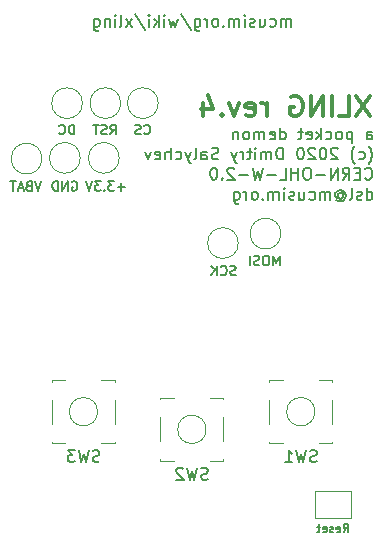
<source format=gbo>
G04 #@! TF.GenerationSoftware,KiCad,Pcbnew,5.1.6*
G04 #@! TF.CreationDate,2020-09-13T12:05:48+02:00*
G04 #@! TF.ProjectId,xling,786c696e-672e-46b6-9963-61645f706362,4*
G04 #@! TF.SameCoordinates,Original*
G04 #@! TF.FileFunction,Legend,Bot*
G04 #@! TF.FilePolarity,Positive*
%FSLAX46Y46*%
G04 Gerber Fmt 4.6, Leading zero omitted, Abs format (unit mm)*
G04 Created by KiCad (PCBNEW 5.1.6) date 2020-09-13 12:05:48*
%MOMM*%
%LPD*%
G01*
G04 APERTURE LIST*
%ADD10C,0.150000*%
%ADD11C,0.200000*%
%ADD12C,0.350000*%
%ADD13C,0.120000*%
G04 APERTURE END LIST*
D10*
X82527666Y-84898666D02*
X82761000Y-84565333D01*
X82927666Y-84898666D02*
X82927666Y-84198666D01*
X82661000Y-84198666D01*
X82594333Y-84232000D01*
X82561000Y-84265333D01*
X82527666Y-84332000D01*
X82527666Y-84432000D01*
X82561000Y-84498666D01*
X82594333Y-84532000D01*
X82661000Y-84565333D01*
X82927666Y-84565333D01*
X81961000Y-84865333D02*
X82027666Y-84898666D01*
X82161000Y-84898666D01*
X82227666Y-84865333D01*
X82261000Y-84798666D01*
X82261000Y-84532000D01*
X82227666Y-84465333D01*
X82161000Y-84432000D01*
X82027666Y-84432000D01*
X81961000Y-84465333D01*
X81927666Y-84532000D01*
X81927666Y-84598666D01*
X82261000Y-84665333D01*
X81661000Y-84865333D02*
X81594333Y-84898666D01*
X81461000Y-84898666D01*
X81394333Y-84865333D01*
X81361000Y-84798666D01*
X81361000Y-84765333D01*
X81394333Y-84698666D01*
X81461000Y-84665333D01*
X81561000Y-84665333D01*
X81627666Y-84632000D01*
X81661000Y-84565333D01*
X81661000Y-84532000D01*
X81627666Y-84465333D01*
X81561000Y-84432000D01*
X81461000Y-84432000D01*
X81394333Y-84465333D01*
X80794333Y-84865333D02*
X80861000Y-84898666D01*
X80994333Y-84898666D01*
X81061000Y-84865333D01*
X81094333Y-84798666D01*
X81094333Y-84532000D01*
X81061000Y-84465333D01*
X80994333Y-84432000D01*
X80861000Y-84432000D01*
X80794333Y-84465333D01*
X80761000Y-84532000D01*
X80761000Y-84598666D01*
X81094333Y-84665333D01*
X80561000Y-84432000D02*
X80294333Y-84432000D01*
X80461000Y-84198666D02*
X80461000Y-84798666D01*
X80427666Y-84865333D01*
X80361000Y-84898666D01*
X80294333Y-84898666D01*
D11*
X73380471Y-63099909D02*
X73266185Y-63138004D01*
X73075709Y-63138004D01*
X72999519Y-63099909D01*
X72961423Y-63061814D01*
X72923328Y-62985623D01*
X72923328Y-62909433D01*
X72961423Y-62833242D01*
X72999519Y-62795147D01*
X73075709Y-62757052D01*
X73228090Y-62718957D01*
X73304280Y-62680861D01*
X73342376Y-62642766D01*
X73380471Y-62566576D01*
X73380471Y-62490385D01*
X73342376Y-62414195D01*
X73304280Y-62376100D01*
X73228090Y-62338004D01*
X73037614Y-62338004D01*
X72923328Y-62376100D01*
X72123328Y-63061814D02*
X72161423Y-63099909D01*
X72275709Y-63138004D01*
X72351900Y-63138004D01*
X72466185Y-63099909D01*
X72542376Y-63023719D01*
X72580471Y-62947528D01*
X72618566Y-62795147D01*
X72618566Y-62680861D01*
X72580471Y-62528480D01*
X72542376Y-62452290D01*
X72466185Y-62376100D01*
X72351900Y-62338004D01*
X72275709Y-62338004D01*
X72161423Y-62376100D01*
X72123328Y-62414195D01*
X71780471Y-63138004D02*
X71780471Y-62338004D01*
X71323328Y-63138004D02*
X71666185Y-62680861D01*
X71323328Y-62338004D02*
X71780471Y-62795147D01*
X77114242Y-62312504D02*
X77114242Y-61512504D01*
X76847576Y-62083933D01*
X76580909Y-61512504D01*
X76580909Y-62312504D01*
X76047576Y-61512504D02*
X75895195Y-61512504D01*
X75819004Y-61550600D01*
X75742814Y-61626790D01*
X75704719Y-61779171D01*
X75704719Y-62045838D01*
X75742814Y-62198219D01*
X75819004Y-62274409D01*
X75895195Y-62312504D01*
X76047576Y-62312504D01*
X76123766Y-62274409D01*
X76199957Y-62198219D01*
X76238052Y-62045838D01*
X76238052Y-61779171D01*
X76199957Y-61626790D01*
X76123766Y-61550600D01*
X76047576Y-61512504D01*
X75399957Y-62274409D02*
X75285671Y-62312504D01*
X75095195Y-62312504D01*
X75019004Y-62274409D01*
X74980909Y-62236314D01*
X74942814Y-62160123D01*
X74942814Y-62083933D01*
X74980909Y-62007742D01*
X75019004Y-61969647D01*
X75095195Y-61931552D01*
X75247576Y-61893457D01*
X75323766Y-61855361D01*
X75361861Y-61817266D01*
X75399957Y-61741076D01*
X75399957Y-61664885D01*
X75361861Y-61588695D01*
X75323766Y-61550600D01*
X75247576Y-61512504D01*
X75057100Y-61512504D01*
X74942814Y-61550600D01*
X74599957Y-62312504D02*
X74599957Y-61512504D01*
X59728023Y-51225404D02*
X59728023Y-50425404D01*
X59537547Y-50425404D01*
X59423261Y-50463500D01*
X59347071Y-50539690D01*
X59308976Y-50615880D01*
X59270880Y-50768261D01*
X59270880Y-50882547D01*
X59308976Y-51034928D01*
X59347071Y-51111119D01*
X59423261Y-51187309D01*
X59537547Y-51225404D01*
X59728023Y-51225404D01*
X58470880Y-51149214D02*
X58508976Y-51187309D01*
X58623261Y-51225404D01*
X58699452Y-51225404D01*
X58813738Y-51187309D01*
X58889928Y-51111119D01*
X58928023Y-51034928D01*
X58966119Y-50882547D01*
X58966119Y-50768261D01*
X58928023Y-50615880D01*
X58889928Y-50539690D01*
X58813738Y-50463500D01*
X58699452Y-50425404D01*
X58623261Y-50425404D01*
X58508976Y-50463500D01*
X58470880Y-50501595D01*
X62795095Y-51225404D02*
X63061761Y-50844452D01*
X63252238Y-51225404D02*
X63252238Y-50425404D01*
X62947476Y-50425404D01*
X62871285Y-50463500D01*
X62833190Y-50501595D01*
X62795095Y-50577785D01*
X62795095Y-50692071D01*
X62833190Y-50768261D01*
X62871285Y-50806357D01*
X62947476Y-50844452D01*
X63252238Y-50844452D01*
X62490333Y-51187309D02*
X62376047Y-51225404D01*
X62185571Y-51225404D01*
X62109380Y-51187309D01*
X62071285Y-51149214D01*
X62033190Y-51073023D01*
X62033190Y-50996833D01*
X62071285Y-50920642D01*
X62109380Y-50882547D01*
X62185571Y-50844452D01*
X62337952Y-50806357D01*
X62414142Y-50768261D01*
X62452238Y-50730166D01*
X62490333Y-50653976D01*
X62490333Y-50577785D01*
X62452238Y-50501595D01*
X62414142Y-50463500D01*
X62337952Y-50425404D01*
X62147476Y-50425404D01*
X62033190Y-50463500D01*
X61804619Y-50425404D02*
X61347476Y-50425404D01*
X61576047Y-51225404D02*
X61576047Y-50425404D01*
X65665333Y-51149214D02*
X65703428Y-51187309D01*
X65817714Y-51225404D01*
X65893904Y-51225404D01*
X66008190Y-51187309D01*
X66084380Y-51111119D01*
X66122476Y-51034928D01*
X66160571Y-50882547D01*
X66160571Y-50768261D01*
X66122476Y-50615880D01*
X66084380Y-50539690D01*
X66008190Y-50463500D01*
X65893904Y-50425404D01*
X65817714Y-50425404D01*
X65703428Y-50463500D01*
X65665333Y-50501595D01*
X65360571Y-51187309D02*
X65246285Y-51225404D01*
X65055809Y-51225404D01*
X64979619Y-51187309D01*
X64941523Y-51149214D01*
X64903428Y-51073023D01*
X64903428Y-50996833D01*
X64941523Y-50920642D01*
X64979619Y-50882547D01*
X65055809Y-50844452D01*
X65208190Y-50806357D01*
X65284380Y-50768261D01*
X65322476Y-50730166D01*
X65360571Y-50653976D01*
X65360571Y-50577785D01*
X65322476Y-50501595D01*
X65284380Y-50463500D01*
X65208190Y-50425404D01*
X65017714Y-50425404D01*
X64903428Y-50463500D01*
X56940285Y-55187904D02*
X56673619Y-55987904D01*
X56406952Y-55187904D01*
X55873619Y-55568857D02*
X55759333Y-55606952D01*
X55721238Y-55645047D01*
X55683142Y-55721238D01*
X55683142Y-55835523D01*
X55721238Y-55911714D01*
X55759333Y-55949809D01*
X55835523Y-55987904D01*
X56140285Y-55987904D01*
X56140285Y-55187904D01*
X55873619Y-55187904D01*
X55797428Y-55226000D01*
X55759333Y-55264095D01*
X55721238Y-55340285D01*
X55721238Y-55416476D01*
X55759333Y-55492666D01*
X55797428Y-55530761D01*
X55873619Y-55568857D01*
X56140285Y-55568857D01*
X55378380Y-55759333D02*
X54997428Y-55759333D01*
X55454571Y-55987904D02*
X55187904Y-55187904D01*
X54921238Y-55987904D01*
X54768857Y-55187904D02*
X54311714Y-55187904D01*
X54540285Y-55987904D02*
X54540285Y-55187904D01*
X59537523Y-55226000D02*
X59613714Y-55187904D01*
X59728000Y-55187904D01*
X59842285Y-55226000D01*
X59918476Y-55302190D01*
X59956571Y-55378380D01*
X59994666Y-55530761D01*
X59994666Y-55645047D01*
X59956571Y-55797428D01*
X59918476Y-55873619D01*
X59842285Y-55949809D01*
X59728000Y-55987904D01*
X59651809Y-55987904D01*
X59537523Y-55949809D01*
X59499428Y-55911714D01*
X59499428Y-55645047D01*
X59651809Y-55645047D01*
X59156571Y-55987904D02*
X59156571Y-55187904D01*
X58699428Y-55987904D01*
X58699428Y-55187904D01*
X58318476Y-55987904D02*
X58318476Y-55187904D01*
X58128000Y-55187904D01*
X58013714Y-55226000D01*
X57937523Y-55302190D01*
X57899428Y-55378380D01*
X57861333Y-55530761D01*
X57861333Y-55645047D01*
X57899428Y-55797428D01*
X57937523Y-55873619D01*
X58013714Y-55949809D01*
X58128000Y-55987904D01*
X58318476Y-55987904D01*
X64020500Y-55683142D02*
X63410976Y-55683142D01*
X63715738Y-55987904D02*
X63715738Y-55378380D01*
X63106214Y-55187904D02*
X62610976Y-55187904D01*
X62877642Y-55492666D01*
X62763357Y-55492666D01*
X62687166Y-55530761D01*
X62649071Y-55568857D01*
X62610976Y-55645047D01*
X62610976Y-55835523D01*
X62649071Y-55911714D01*
X62687166Y-55949809D01*
X62763357Y-55987904D01*
X62991928Y-55987904D01*
X63068119Y-55949809D01*
X63106214Y-55911714D01*
X62268119Y-55911714D02*
X62230023Y-55949809D01*
X62268119Y-55987904D01*
X62306214Y-55949809D01*
X62268119Y-55911714D01*
X62268119Y-55987904D01*
X61963357Y-55187904D02*
X61468119Y-55187904D01*
X61734785Y-55492666D01*
X61620500Y-55492666D01*
X61544309Y-55530761D01*
X61506214Y-55568857D01*
X61468119Y-55645047D01*
X61468119Y-55835523D01*
X61506214Y-55911714D01*
X61544309Y-55949809D01*
X61620500Y-55987904D01*
X61849071Y-55987904D01*
X61925261Y-55949809D01*
X61963357Y-55911714D01*
X61239547Y-55187904D02*
X60972880Y-55987904D01*
X60706214Y-55187904D01*
X84496533Y-51648780D02*
X84496533Y-51124971D01*
X84544152Y-51029733D01*
X84639390Y-50982114D01*
X84829866Y-50982114D01*
X84925104Y-51029733D01*
X84496533Y-51601161D02*
X84591771Y-51648780D01*
X84829866Y-51648780D01*
X84925104Y-51601161D01*
X84972723Y-51505923D01*
X84972723Y-51410685D01*
X84925104Y-51315447D01*
X84829866Y-51267828D01*
X84591771Y-51267828D01*
X84496533Y-51220209D01*
X83258438Y-50982114D02*
X83258438Y-51982114D01*
X83258438Y-51029733D02*
X83163200Y-50982114D01*
X82972723Y-50982114D01*
X82877485Y-51029733D01*
X82829866Y-51077352D01*
X82782247Y-51172590D01*
X82782247Y-51458304D01*
X82829866Y-51553542D01*
X82877485Y-51601161D01*
X82972723Y-51648780D01*
X83163200Y-51648780D01*
X83258438Y-51601161D01*
X82210819Y-51648780D02*
X82306057Y-51601161D01*
X82353676Y-51553542D01*
X82401295Y-51458304D01*
X82401295Y-51172590D01*
X82353676Y-51077352D01*
X82306057Y-51029733D01*
X82210819Y-50982114D01*
X82067961Y-50982114D01*
X81972723Y-51029733D01*
X81925104Y-51077352D01*
X81877485Y-51172590D01*
X81877485Y-51458304D01*
X81925104Y-51553542D01*
X81972723Y-51601161D01*
X82067961Y-51648780D01*
X82210819Y-51648780D01*
X81020342Y-51601161D02*
X81115580Y-51648780D01*
X81306057Y-51648780D01*
X81401295Y-51601161D01*
X81448914Y-51553542D01*
X81496533Y-51458304D01*
X81496533Y-51172590D01*
X81448914Y-51077352D01*
X81401295Y-51029733D01*
X81306057Y-50982114D01*
X81115580Y-50982114D01*
X81020342Y-51029733D01*
X80591771Y-51648780D02*
X80591771Y-50648780D01*
X80496533Y-51267828D02*
X80210819Y-51648780D01*
X80210819Y-50982114D02*
X80591771Y-51363066D01*
X79401295Y-51601161D02*
X79496533Y-51648780D01*
X79687009Y-51648780D01*
X79782247Y-51601161D01*
X79829866Y-51505923D01*
X79829866Y-51124971D01*
X79782247Y-51029733D01*
X79687009Y-50982114D01*
X79496533Y-50982114D01*
X79401295Y-51029733D01*
X79353676Y-51124971D01*
X79353676Y-51220209D01*
X79829866Y-51315447D01*
X79067961Y-50982114D02*
X78687009Y-50982114D01*
X78925104Y-50648780D02*
X78925104Y-51505923D01*
X78877485Y-51601161D01*
X78782247Y-51648780D01*
X78687009Y-51648780D01*
X77163200Y-51648780D02*
X77163200Y-50648780D01*
X77163200Y-51601161D02*
X77258438Y-51648780D01*
X77448914Y-51648780D01*
X77544152Y-51601161D01*
X77591771Y-51553542D01*
X77639390Y-51458304D01*
X77639390Y-51172590D01*
X77591771Y-51077352D01*
X77544152Y-51029733D01*
X77448914Y-50982114D01*
X77258438Y-50982114D01*
X77163200Y-51029733D01*
X76306057Y-51601161D02*
X76401295Y-51648780D01*
X76591771Y-51648780D01*
X76687009Y-51601161D01*
X76734628Y-51505923D01*
X76734628Y-51124971D01*
X76687009Y-51029733D01*
X76591771Y-50982114D01*
X76401295Y-50982114D01*
X76306057Y-51029733D01*
X76258438Y-51124971D01*
X76258438Y-51220209D01*
X76734628Y-51315447D01*
X75829866Y-51648780D02*
X75829866Y-50982114D01*
X75829866Y-51077352D02*
X75782247Y-51029733D01*
X75687009Y-50982114D01*
X75544152Y-50982114D01*
X75448914Y-51029733D01*
X75401295Y-51124971D01*
X75401295Y-51648780D01*
X75401295Y-51124971D02*
X75353676Y-51029733D01*
X75258438Y-50982114D01*
X75115580Y-50982114D01*
X75020342Y-51029733D01*
X74972723Y-51124971D01*
X74972723Y-51648780D01*
X74353676Y-51648780D02*
X74448914Y-51601161D01*
X74496533Y-51553542D01*
X74544152Y-51458304D01*
X74544152Y-51172590D01*
X74496533Y-51077352D01*
X74448914Y-51029733D01*
X74353676Y-50982114D01*
X74210819Y-50982114D01*
X74115580Y-51029733D01*
X74067961Y-51077352D01*
X74020342Y-51172590D01*
X74020342Y-51458304D01*
X74067961Y-51553542D01*
X74115580Y-51601161D01*
X74210819Y-51648780D01*
X74353676Y-51648780D01*
X73591771Y-50982114D02*
X73591771Y-51648780D01*
X73591771Y-51077352D02*
X73544152Y-51029733D01*
X73448914Y-50982114D01*
X73306057Y-50982114D01*
X73210819Y-51029733D01*
X73163200Y-51124971D01*
X73163200Y-51648780D01*
X84639390Y-53729733D02*
X84687009Y-53682114D01*
X84782247Y-53539257D01*
X84829866Y-53444019D01*
X84877485Y-53301161D01*
X84925104Y-53063066D01*
X84925104Y-52872590D01*
X84877485Y-52634495D01*
X84829866Y-52491638D01*
X84782247Y-52396400D01*
X84687009Y-52253542D01*
X84639390Y-52205923D01*
X83829866Y-53301161D02*
X83925104Y-53348780D01*
X84115580Y-53348780D01*
X84210819Y-53301161D01*
X84258438Y-53253542D01*
X84306057Y-53158304D01*
X84306057Y-52872590D01*
X84258438Y-52777352D01*
X84210819Y-52729733D01*
X84115580Y-52682114D01*
X83925104Y-52682114D01*
X83829866Y-52729733D01*
X83496533Y-53729733D02*
X83448914Y-53682114D01*
X83353676Y-53539257D01*
X83306057Y-53444019D01*
X83258438Y-53301161D01*
X83210819Y-53063066D01*
X83210819Y-52872590D01*
X83258438Y-52634495D01*
X83306057Y-52491638D01*
X83353676Y-52396400D01*
X83448914Y-52253542D01*
X83496533Y-52205923D01*
X82020342Y-52444019D02*
X81972723Y-52396400D01*
X81877485Y-52348780D01*
X81639390Y-52348780D01*
X81544152Y-52396400D01*
X81496533Y-52444019D01*
X81448914Y-52539257D01*
X81448914Y-52634495D01*
X81496533Y-52777352D01*
X82067961Y-53348780D01*
X81448914Y-53348780D01*
X80829866Y-52348780D02*
X80734628Y-52348780D01*
X80639390Y-52396400D01*
X80591771Y-52444019D01*
X80544152Y-52539257D01*
X80496533Y-52729733D01*
X80496533Y-52967828D01*
X80544152Y-53158304D01*
X80591771Y-53253542D01*
X80639390Y-53301161D01*
X80734628Y-53348780D01*
X80829866Y-53348780D01*
X80925104Y-53301161D01*
X80972723Y-53253542D01*
X81020342Y-53158304D01*
X81067961Y-52967828D01*
X81067961Y-52729733D01*
X81020342Y-52539257D01*
X80972723Y-52444019D01*
X80925104Y-52396400D01*
X80829866Y-52348780D01*
X80115580Y-52444019D02*
X80067961Y-52396400D01*
X79972723Y-52348780D01*
X79734628Y-52348780D01*
X79639390Y-52396400D01*
X79591771Y-52444019D01*
X79544152Y-52539257D01*
X79544152Y-52634495D01*
X79591771Y-52777352D01*
X80163200Y-53348780D01*
X79544152Y-53348780D01*
X78925104Y-52348780D02*
X78829866Y-52348780D01*
X78734628Y-52396400D01*
X78687009Y-52444019D01*
X78639390Y-52539257D01*
X78591771Y-52729733D01*
X78591771Y-52967828D01*
X78639390Y-53158304D01*
X78687009Y-53253542D01*
X78734628Y-53301161D01*
X78829866Y-53348780D01*
X78925104Y-53348780D01*
X79020342Y-53301161D01*
X79067961Y-53253542D01*
X79115580Y-53158304D01*
X79163200Y-52967828D01*
X79163200Y-52729733D01*
X79115580Y-52539257D01*
X79067961Y-52444019D01*
X79020342Y-52396400D01*
X78925104Y-52348780D01*
X77401295Y-53348780D02*
X77401295Y-52348780D01*
X77163200Y-52348780D01*
X77020342Y-52396400D01*
X76925104Y-52491638D01*
X76877485Y-52586876D01*
X76829866Y-52777352D01*
X76829866Y-52920209D01*
X76877485Y-53110685D01*
X76925104Y-53205923D01*
X77020342Y-53301161D01*
X77163200Y-53348780D01*
X77401295Y-53348780D01*
X76401295Y-53348780D02*
X76401295Y-52682114D01*
X76401295Y-52777352D02*
X76353676Y-52729733D01*
X76258438Y-52682114D01*
X76115580Y-52682114D01*
X76020342Y-52729733D01*
X75972723Y-52824971D01*
X75972723Y-53348780D01*
X75972723Y-52824971D02*
X75925104Y-52729733D01*
X75829866Y-52682114D01*
X75687009Y-52682114D01*
X75591771Y-52729733D01*
X75544152Y-52824971D01*
X75544152Y-53348780D01*
X75067961Y-53348780D02*
X75067961Y-52682114D01*
X75067961Y-52348780D02*
X75115580Y-52396400D01*
X75067961Y-52444019D01*
X75020342Y-52396400D01*
X75067961Y-52348780D01*
X75067961Y-52444019D01*
X74734628Y-52682114D02*
X74353676Y-52682114D01*
X74591771Y-52348780D02*
X74591771Y-53205923D01*
X74544152Y-53301161D01*
X74448914Y-53348780D01*
X74353676Y-53348780D01*
X74020342Y-53348780D02*
X74020342Y-52682114D01*
X74020342Y-52872590D02*
X73972723Y-52777352D01*
X73925104Y-52729733D01*
X73829866Y-52682114D01*
X73734628Y-52682114D01*
X73496533Y-52682114D02*
X73258438Y-53348780D01*
X73020342Y-52682114D02*
X73258438Y-53348780D01*
X73353676Y-53586876D01*
X73401295Y-53634495D01*
X73496533Y-53682114D01*
X71925104Y-53301161D02*
X71782247Y-53348780D01*
X71544152Y-53348780D01*
X71448914Y-53301161D01*
X71401295Y-53253542D01*
X71353676Y-53158304D01*
X71353676Y-53063066D01*
X71401295Y-52967828D01*
X71448914Y-52920209D01*
X71544152Y-52872590D01*
X71734628Y-52824971D01*
X71829866Y-52777352D01*
X71877485Y-52729733D01*
X71925104Y-52634495D01*
X71925104Y-52539257D01*
X71877485Y-52444019D01*
X71829866Y-52396400D01*
X71734628Y-52348780D01*
X71496533Y-52348780D01*
X71353676Y-52396400D01*
X70496533Y-53348780D02*
X70496533Y-52824971D01*
X70544152Y-52729733D01*
X70639390Y-52682114D01*
X70829866Y-52682114D01*
X70925104Y-52729733D01*
X70496533Y-53301161D02*
X70591771Y-53348780D01*
X70829866Y-53348780D01*
X70925104Y-53301161D01*
X70972723Y-53205923D01*
X70972723Y-53110685D01*
X70925104Y-53015447D01*
X70829866Y-52967828D01*
X70591771Y-52967828D01*
X70496533Y-52920209D01*
X69877485Y-53348780D02*
X69972723Y-53301161D01*
X70020342Y-53205923D01*
X70020342Y-52348780D01*
X69591771Y-52682114D02*
X69353676Y-53348780D01*
X69115580Y-52682114D02*
X69353676Y-53348780D01*
X69448914Y-53586876D01*
X69496533Y-53634495D01*
X69591771Y-53682114D01*
X68306057Y-53301161D02*
X68401295Y-53348780D01*
X68591771Y-53348780D01*
X68687009Y-53301161D01*
X68734628Y-53253542D01*
X68782247Y-53158304D01*
X68782247Y-52872590D01*
X68734628Y-52777352D01*
X68687009Y-52729733D01*
X68591771Y-52682114D01*
X68401295Y-52682114D01*
X68306057Y-52729733D01*
X67877485Y-53348780D02*
X67877485Y-52348780D01*
X67448914Y-53348780D02*
X67448914Y-52824971D01*
X67496533Y-52729733D01*
X67591771Y-52682114D01*
X67734628Y-52682114D01*
X67829866Y-52729733D01*
X67877485Y-52777352D01*
X66591771Y-53301161D02*
X66687009Y-53348780D01*
X66877485Y-53348780D01*
X66972723Y-53301161D01*
X67020342Y-53205923D01*
X67020342Y-52824971D01*
X66972723Y-52729733D01*
X66877485Y-52682114D01*
X66687009Y-52682114D01*
X66591771Y-52729733D01*
X66544152Y-52824971D01*
X66544152Y-52920209D01*
X67020342Y-53015447D01*
X66210819Y-52682114D02*
X65972723Y-53348780D01*
X65734628Y-52682114D01*
X84353676Y-54953542D02*
X84401295Y-55001161D01*
X84544152Y-55048780D01*
X84639390Y-55048780D01*
X84782247Y-55001161D01*
X84877485Y-54905923D01*
X84925104Y-54810685D01*
X84972723Y-54620209D01*
X84972723Y-54477352D01*
X84925104Y-54286876D01*
X84877485Y-54191638D01*
X84782247Y-54096400D01*
X84639390Y-54048780D01*
X84544152Y-54048780D01*
X84401295Y-54096400D01*
X84353676Y-54144019D01*
X83925104Y-54524971D02*
X83591771Y-54524971D01*
X83448914Y-55048780D02*
X83925104Y-55048780D01*
X83925104Y-54048780D01*
X83448914Y-54048780D01*
X82448914Y-55048780D02*
X82782247Y-54572590D01*
X83020342Y-55048780D02*
X83020342Y-54048780D01*
X82639390Y-54048780D01*
X82544152Y-54096400D01*
X82496533Y-54144019D01*
X82448914Y-54239257D01*
X82448914Y-54382114D01*
X82496533Y-54477352D01*
X82544152Y-54524971D01*
X82639390Y-54572590D01*
X83020342Y-54572590D01*
X82020342Y-55048780D02*
X82020342Y-54048780D01*
X81448914Y-55048780D01*
X81448914Y-54048780D01*
X80972723Y-54667828D02*
X80210819Y-54667828D01*
X79544152Y-54048780D02*
X79353676Y-54048780D01*
X79258438Y-54096400D01*
X79163200Y-54191638D01*
X79115580Y-54382114D01*
X79115580Y-54715447D01*
X79163200Y-54905923D01*
X79258438Y-55001161D01*
X79353676Y-55048780D01*
X79544152Y-55048780D01*
X79639390Y-55001161D01*
X79734628Y-54905923D01*
X79782247Y-54715447D01*
X79782247Y-54382114D01*
X79734628Y-54191638D01*
X79639390Y-54096400D01*
X79544152Y-54048780D01*
X78687009Y-55048780D02*
X78687009Y-54048780D01*
X78687009Y-54524971D02*
X78115580Y-54524971D01*
X78115580Y-55048780D02*
X78115580Y-54048780D01*
X77163200Y-55048780D02*
X77639390Y-55048780D01*
X77639390Y-54048780D01*
X76829866Y-54667828D02*
X76067961Y-54667828D01*
X75687009Y-54048780D02*
X75448914Y-55048780D01*
X75258438Y-54334495D01*
X75067961Y-55048780D01*
X74829866Y-54048780D01*
X74448914Y-54667828D02*
X73687009Y-54667828D01*
X73258438Y-54144019D02*
X73210819Y-54096400D01*
X73115580Y-54048780D01*
X72877485Y-54048780D01*
X72782247Y-54096400D01*
X72734628Y-54144019D01*
X72687009Y-54239257D01*
X72687009Y-54334495D01*
X72734628Y-54477352D01*
X73306057Y-55048780D01*
X72687009Y-55048780D01*
X72258438Y-54953542D02*
X72210819Y-55001161D01*
X72258438Y-55048780D01*
X72306057Y-55001161D01*
X72258438Y-54953542D01*
X72258438Y-55048780D01*
X71591771Y-54048780D02*
X71496533Y-54048780D01*
X71401295Y-54096400D01*
X71353676Y-54144019D01*
X71306057Y-54239257D01*
X71258438Y-54429733D01*
X71258438Y-54667828D01*
X71306057Y-54858304D01*
X71353676Y-54953542D01*
X71401295Y-55001161D01*
X71496533Y-55048780D01*
X71591771Y-55048780D01*
X71687009Y-55001161D01*
X71734628Y-54953542D01*
X71782247Y-54858304D01*
X71829866Y-54667828D01*
X71829866Y-54429733D01*
X71782247Y-54239257D01*
X71734628Y-54144019D01*
X71687009Y-54096400D01*
X71591771Y-54048780D01*
X84496533Y-56748780D02*
X84496533Y-55748780D01*
X84496533Y-56701161D02*
X84591771Y-56748780D01*
X84782247Y-56748780D01*
X84877485Y-56701161D01*
X84925104Y-56653542D01*
X84972723Y-56558304D01*
X84972723Y-56272590D01*
X84925104Y-56177352D01*
X84877485Y-56129733D01*
X84782247Y-56082114D01*
X84591771Y-56082114D01*
X84496533Y-56129733D01*
X84067961Y-56701161D02*
X83972723Y-56748780D01*
X83782247Y-56748780D01*
X83687009Y-56701161D01*
X83639390Y-56605923D01*
X83639390Y-56558304D01*
X83687009Y-56463066D01*
X83782247Y-56415447D01*
X83925104Y-56415447D01*
X84020342Y-56367828D01*
X84067961Y-56272590D01*
X84067961Y-56224971D01*
X84020342Y-56129733D01*
X83925104Y-56082114D01*
X83782247Y-56082114D01*
X83687009Y-56129733D01*
X83067961Y-56748780D02*
X83163200Y-56701161D01*
X83210819Y-56605923D01*
X83210819Y-55748780D01*
X82067961Y-56272590D02*
X82115580Y-56224971D01*
X82210819Y-56177352D01*
X82306057Y-56177352D01*
X82401295Y-56224971D01*
X82448914Y-56272590D01*
X82496533Y-56367828D01*
X82496533Y-56463066D01*
X82448914Y-56558304D01*
X82401295Y-56605923D01*
X82306057Y-56653542D01*
X82210819Y-56653542D01*
X82115580Y-56605923D01*
X82067961Y-56558304D01*
X82067961Y-56177352D02*
X82067961Y-56558304D01*
X82020342Y-56605923D01*
X81972723Y-56605923D01*
X81877485Y-56558304D01*
X81829866Y-56463066D01*
X81829866Y-56224971D01*
X81925104Y-56082114D01*
X82067961Y-55986876D01*
X82258438Y-55939257D01*
X82448914Y-55986876D01*
X82591771Y-56082114D01*
X82687009Y-56224971D01*
X82734628Y-56415447D01*
X82687009Y-56605923D01*
X82591771Y-56748780D01*
X82448914Y-56844019D01*
X82258438Y-56891638D01*
X82067961Y-56844019D01*
X81925104Y-56748780D01*
X81401295Y-56748780D02*
X81401295Y-56082114D01*
X81401295Y-56177352D02*
X81353676Y-56129733D01*
X81258438Y-56082114D01*
X81115580Y-56082114D01*
X81020342Y-56129733D01*
X80972723Y-56224971D01*
X80972723Y-56748780D01*
X80972723Y-56224971D02*
X80925104Y-56129733D01*
X80829866Y-56082114D01*
X80687009Y-56082114D01*
X80591771Y-56129733D01*
X80544152Y-56224971D01*
X80544152Y-56748780D01*
X79639390Y-56701161D02*
X79734628Y-56748780D01*
X79925104Y-56748780D01*
X80020342Y-56701161D01*
X80067961Y-56653542D01*
X80115580Y-56558304D01*
X80115580Y-56272590D01*
X80067961Y-56177352D01*
X80020342Y-56129733D01*
X79925104Y-56082114D01*
X79734628Y-56082114D01*
X79639390Y-56129733D01*
X78782247Y-56082114D02*
X78782247Y-56748780D01*
X79210819Y-56082114D02*
X79210819Y-56605923D01*
X79163200Y-56701161D01*
X79067961Y-56748780D01*
X78925104Y-56748780D01*
X78829866Y-56701161D01*
X78782247Y-56653542D01*
X78353676Y-56701161D02*
X78258438Y-56748780D01*
X78067961Y-56748780D01*
X77972723Y-56701161D01*
X77925104Y-56605923D01*
X77925104Y-56558304D01*
X77972723Y-56463066D01*
X78067961Y-56415447D01*
X78210819Y-56415447D01*
X78306057Y-56367828D01*
X78353676Y-56272590D01*
X78353676Y-56224971D01*
X78306057Y-56129733D01*
X78210819Y-56082114D01*
X78067961Y-56082114D01*
X77972723Y-56129733D01*
X77496533Y-56748780D02*
X77496533Y-56082114D01*
X77496533Y-55748780D02*
X77544152Y-55796400D01*
X77496533Y-55844019D01*
X77448914Y-55796400D01*
X77496533Y-55748780D01*
X77496533Y-55844019D01*
X77020342Y-56748780D02*
X77020342Y-56082114D01*
X77020342Y-56177352D02*
X76972723Y-56129733D01*
X76877485Y-56082114D01*
X76734628Y-56082114D01*
X76639390Y-56129733D01*
X76591771Y-56224971D01*
X76591771Y-56748780D01*
X76591771Y-56224971D02*
X76544152Y-56129733D01*
X76448914Y-56082114D01*
X76306057Y-56082114D01*
X76210819Y-56129733D01*
X76163200Y-56224971D01*
X76163200Y-56748780D01*
X75687009Y-56653542D02*
X75639390Y-56701161D01*
X75687009Y-56748780D01*
X75734628Y-56701161D01*
X75687009Y-56653542D01*
X75687009Y-56748780D01*
X75067961Y-56748780D02*
X75163200Y-56701161D01*
X75210819Y-56653542D01*
X75258438Y-56558304D01*
X75258438Y-56272590D01*
X75210819Y-56177352D01*
X75163200Y-56129733D01*
X75067961Y-56082114D01*
X74925104Y-56082114D01*
X74829866Y-56129733D01*
X74782247Y-56177352D01*
X74734628Y-56272590D01*
X74734628Y-56558304D01*
X74782247Y-56653542D01*
X74829866Y-56701161D01*
X74925104Y-56748780D01*
X75067961Y-56748780D01*
X74306057Y-56748780D02*
X74306057Y-56082114D01*
X74306057Y-56272590D02*
X74258438Y-56177352D01*
X74210819Y-56129733D01*
X74115580Y-56082114D01*
X74020342Y-56082114D01*
X73258438Y-56082114D02*
X73258438Y-56891638D01*
X73306057Y-56986876D01*
X73353676Y-57034495D01*
X73448914Y-57082114D01*
X73591771Y-57082114D01*
X73687009Y-57034495D01*
X73258438Y-56701161D02*
X73353676Y-56748780D01*
X73544152Y-56748780D01*
X73639390Y-56701161D01*
X73687009Y-56653542D01*
X73734628Y-56558304D01*
X73734628Y-56272590D01*
X73687009Y-56177352D01*
X73639390Y-56129733D01*
X73544152Y-56082114D01*
X73353676Y-56082114D01*
X73258438Y-56129733D01*
D12*
X84746642Y-47964047D02*
X83613309Y-49664047D01*
X83613309Y-47964047D02*
X84746642Y-49664047D01*
X82156166Y-49664047D02*
X82965690Y-49664047D01*
X82965690Y-47964047D01*
X81589500Y-49664047D02*
X81589500Y-47964047D01*
X80779976Y-49664047D02*
X80779976Y-47964047D01*
X79808547Y-49664047D01*
X79808547Y-47964047D01*
X78108547Y-48045000D02*
X78270452Y-47964047D01*
X78513309Y-47964047D01*
X78756166Y-48045000D01*
X78918071Y-48206904D01*
X78999023Y-48368809D01*
X79079976Y-48692619D01*
X79079976Y-48935476D01*
X78999023Y-49259285D01*
X78918071Y-49421190D01*
X78756166Y-49583095D01*
X78513309Y-49664047D01*
X78351404Y-49664047D01*
X78108547Y-49583095D01*
X78027595Y-49502142D01*
X78027595Y-48935476D01*
X78351404Y-48935476D01*
X76003785Y-49664047D02*
X76003785Y-48530714D01*
X76003785Y-48854523D02*
X75922833Y-48692619D01*
X75841880Y-48611666D01*
X75679976Y-48530714D01*
X75518071Y-48530714D01*
X74303785Y-49583095D02*
X74465690Y-49664047D01*
X74789500Y-49664047D01*
X74951404Y-49583095D01*
X75032357Y-49421190D01*
X75032357Y-48773571D01*
X74951404Y-48611666D01*
X74789500Y-48530714D01*
X74465690Y-48530714D01*
X74303785Y-48611666D01*
X74222833Y-48773571D01*
X74222833Y-48935476D01*
X75032357Y-49097380D01*
X73656166Y-48530714D02*
X73251404Y-49664047D01*
X72846642Y-48530714D01*
X72199023Y-49502142D02*
X72118071Y-49583095D01*
X72199023Y-49664047D01*
X72279976Y-49583095D01*
X72199023Y-49502142D01*
X72199023Y-49664047D01*
X70660928Y-48530714D02*
X70660928Y-49664047D01*
X71065690Y-47883095D02*
X71470452Y-49097380D01*
X70418071Y-49097380D01*
D11*
X78056333Y-42108380D02*
X78056333Y-41441714D01*
X78056333Y-41536952D02*
X78008714Y-41489333D01*
X77913476Y-41441714D01*
X77770619Y-41441714D01*
X77675380Y-41489333D01*
X77627761Y-41584571D01*
X77627761Y-42108380D01*
X77627761Y-41584571D02*
X77580142Y-41489333D01*
X77484904Y-41441714D01*
X77342047Y-41441714D01*
X77246809Y-41489333D01*
X77199190Y-41584571D01*
X77199190Y-42108380D01*
X76294428Y-42060761D02*
X76389666Y-42108380D01*
X76580142Y-42108380D01*
X76675380Y-42060761D01*
X76723000Y-42013142D01*
X76770619Y-41917904D01*
X76770619Y-41632190D01*
X76723000Y-41536952D01*
X76675380Y-41489333D01*
X76580142Y-41441714D01*
X76389666Y-41441714D01*
X76294428Y-41489333D01*
X75437285Y-41441714D02*
X75437285Y-42108380D01*
X75865857Y-41441714D02*
X75865857Y-41965523D01*
X75818238Y-42060761D01*
X75723000Y-42108380D01*
X75580142Y-42108380D01*
X75484904Y-42060761D01*
X75437285Y-42013142D01*
X75008714Y-42060761D02*
X74913476Y-42108380D01*
X74723000Y-42108380D01*
X74627761Y-42060761D01*
X74580142Y-41965523D01*
X74580142Y-41917904D01*
X74627761Y-41822666D01*
X74723000Y-41775047D01*
X74865857Y-41775047D01*
X74961095Y-41727428D01*
X75008714Y-41632190D01*
X75008714Y-41584571D01*
X74961095Y-41489333D01*
X74865857Y-41441714D01*
X74723000Y-41441714D01*
X74627761Y-41489333D01*
X74151571Y-42108380D02*
X74151571Y-41441714D01*
X74151571Y-41108380D02*
X74199190Y-41156000D01*
X74151571Y-41203619D01*
X74103952Y-41156000D01*
X74151571Y-41108380D01*
X74151571Y-41203619D01*
X73675380Y-42108380D02*
X73675380Y-41441714D01*
X73675380Y-41536952D02*
X73627761Y-41489333D01*
X73532523Y-41441714D01*
X73389666Y-41441714D01*
X73294428Y-41489333D01*
X73246809Y-41584571D01*
X73246809Y-42108380D01*
X73246809Y-41584571D02*
X73199190Y-41489333D01*
X73103952Y-41441714D01*
X72961095Y-41441714D01*
X72865857Y-41489333D01*
X72818238Y-41584571D01*
X72818238Y-42108380D01*
X72342047Y-42013142D02*
X72294428Y-42060761D01*
X72342047Y-42108380D01*
X72389666Y-42060761D01*
X72342047Y-42013142D01*
X72342047Y-42108380D01*
X71723000Y-42108380D02*
X71818238Y-42060761D01*
X71865857Y-42013142D01*
X71913476Y-41917904D01*
X71913476Y-41632190D01*
X71865857Y-41536952D01*
X71818238Y-41489333D01*
X71723000Y-41441714D01*
X71580142Y-41441714D01*
X71484904Y-41489333D01*
X71437285Y-41536952D01*
X71389666Y-41632190D01*
X71389666Y-41917904D01*
X71437285Y-42013142D01*
X71484904Y-42060761D01*
X71580142Y-42108380D01*
X71723000Y-42108380D01*
X70961095Y-42108380D02*
X70961095Y-41441714D01*
X70961095Y-41632190D02*
X70913476Y-41536952D01*
X70865857Y-41489333D01*
X70770619Y-41441714D01*
X70675380Y-41441714D01*
X69913476Y-41441714D02*
X69913476Y-42251238D01*
X69961095Y-42346476D01*
X70008714Y-42394095D01*
X70103952Y-42441714D01*
X70246809Y-42441714D01*
X70342047Y-42394095D01*
X69913476Y-42060761D02*
X70008714Y-42108380D01*
X70199190Y-42108380D01*
X70294428Y-42060761D01*
X70342047Y-42013142D01*
X70389666Y-41917904D01*
X70389666Y-41632190D01*
X70342047Y-41536952D01*
X70294428Y-41489333D01*
X70199190Y-41441714D01*
X70008714Y-41441714D01*
X69913476Y-41489333D01*
X68723000Y-41060761D02*
X69580142Y-42346476D01*
X68484904Y-41441714D02*
X68294428Y-42108380D01*
X68103952Y-41632190D01*
X67913476Y-42108380D01*
X67723000Y-41441714D01*
X67342047Y-42108380D02*
X67342047Y-41441714D01*
X67342047Y-41108380D02*
X67389666Y-41156000D01*
X67342047Y-41203619D01*
X67294428Y-41156000D01*
X67342047Y-41108380D01*
X67342047Y-41203619D01*
X66865857Y-42108380D02*
X66865857Y-41108380D01*
X66770619Y-41727428D02*
X66484904Y-42108380D01*
X66484904Y-41441714D02*
X66865857Y-41822666D01*
X66056333Y-42108380D02*
X66056333Y-41441714D01*
X66056333Y-41108380D02*
X66103952Y-41156000D01*
X66056333Y-41203619D01*
X66008714Y-41156000D01*
X66056333Y-41108380D01*
X66056333Y-41203619D01*
X64865857Y-41060761D02*
X65723000Y-42346476D01*
X64627761Y-42108380D02*
X64103952Y-41441714D01*
X64627761Y-41441714D02*
X64103952Y-42108380D01*
X63580142Y-42108380D02*
X63675380Y-42060761D01*
X63723000Y-41965523D01*
X63723000Y-41108380D01*
X63199190Y-42108380D02*
X63199190Y-41441714D01*
X63199190Y-41108380D02*
X63246809Y-41156000D01*
X63199190Y-41203619D01*
X63151571Y-41156000D01*
X63199190Y-41108380D01*
X63199190Y-41203619D01*
X62723000Y-41441714D02*
X62723000Y-42108380D01*
X62723000Y-41536952D02*
X62675380Y-41489333D01*
X62580142Y-41441714D01*
X62437285Y-41441714D01*
X62342047Y-41489333D01*
X62294428Y-41584571D01*
X62294428Y-42108380D01*
X61389666Y-41441714D02*
X61389666Y-42251238D01*
X61437285Y-42346476D01*
X61484904Y-42394095D01*
X61580142Y-42441714D01*
X61723000Y-42441714D01*
X61818238Y-42394095D01*
X61389666Y-42060761D02*
X61484904Y-42108380D01*
X61675380Y-42108380D01*
X61770619Y-42060761D01*
X61818238Y-42013142D01*
X61865857Y-41917904D01*
X61865857Y-41632190D01*
X61818238Y-41536952D01*
X61770619Y-41489333D01*
X61675380Y-41441714D01*
X61484904Y-41441714D01*
X61389666Y-41489333D01*
D13*
X63530000Y-53213000D02*
G75*
G03*
X63530000Y-53213000I-1300000J0D01*
G01*
X56989500Y-53276500D02*
G75*
G03*
X56989500Y-53276500I-1300000J0D01*
G01*
X60228000Y-53213000D02*
G75*
G03*
X60228000Y-53213000I-1300000J0D01*
G01*
X73613800Y-60426600D02*
G75*
G03*
X73613800Y-60426600I-1300000J0D01*
G01*
X77220600Y-59626500D02*
G75*
G03*
X77220600Y-59626500I-1300000J0D01*
G01*
X66832000Y-48577500D02*
G75*
G03*
X66832000Y-48577500I-1300000J0D01*
G01*
X60418500Y-48577500D02*
G75*
G03*
X60418500Y-48577500I-1300000J0D01*
G01*
X63657000Y-48577500D02*
G75*
G03*
X63657000Y-48577500I-1300000J0D01*
G01*
X80137000Y-83693000D02*
X83185000Y-83693000D01*
X83185000Y-83693000D02*
X83185000Y-81407000D01*
X83185000Y-81407000D02*
X80137000Y-81407000D01*
X80137000Y-81407000D02*
X80137000Y-83693000D01*
X76238100Y-73685400D02*
X76238100Y-75717400D01*
X81572100Y-73685400D02*
X81572100Y-75717400D01*
X80103216Y-74701400D02*
G75*
G03*
X80103216Y-74701400I-1198116J0D01*
G01*
X77381100Y-77368400D02*
X76238100Y-77368400D01*
X76238100Y-77368400D02*
X76238100Y-77241400D01*
X81572100Y-77241400D02*
X81572100Y-77368400D01*
X81572100Y-77368400D02*
X80429100Y-77368400D01*
X76238100Y-72161400D02*
X76238100Y-72034400D01*
X76238100Y-72034400D02*
X77381100Y-72034400D01*
X81572100Y-72161400D02*
X81572100Y-72034400D01*
X81572100Y-72034400D02*
X80429100Y-72034400D01*
X72351900Y-73533000D02*
X71208900Y-73533000D01*
X72351900Y-73660000D02*
X72351900Y-73533000D01*
X67017900Y-73533000D02*
X68160900Y-73533000D01*
X67017900Y-73660000D02*
X67017900Y-73533000D01*
X72351900Y-78867000D02*
X71208900Y-78867000D01*
X72351900Y-78740000D02*
X72351900Y-78867000D01*
X67017900Y-78867000D02*
X67017900Y-78740000D01*
X68160900Y-78867000D02*
X67017900Y-78867000D01*
X70883016Y-76200000D02*
G75*
G03*
X70883016Y-76200000I-1198116J0D01*
G01*
X72351900Y-75184000D02*
X72351900Y-77216000D01*
X67017900Y-75184000D02*
X67017900Y-77216000D01*
X57835800Y-73685400D02*
X57835800Y-75717400D01*
X63169800Y-73685400D02*
X63169800Y-75717400D01*
X61700916Y-74701400D02*
G75*
G03*
X61700916Y-74701400I-1198116J0D01*
G01*
X58978800Y-77368400D02*
X57835800Y-77368400D01*
X57835800Y-77368400D02*
X57835800Y-77241400D01*
X63169800Y-77241400D02*
X63169800Y-77368400D01*
X63169800Y-77368400D02*
X62026800Y-77368400D01*
X57835800Y-72161400D02*
X57835800Y-72034400D01*
X57835800Y-72034400D02*
X58978800Y-72034400D01*
X63169800Y-72161400D02*
X63169800Y-72034400D01*
X63169800Y-72034400D02*
X62026800Y-72034400D01*
D10*
X80251133Y-78916161D02*
X80108276Y-78963780D01*
X79870180Y-78963780D01*
X79774942Y-78916161D01*
X79727323Y-78868542D01*
X79679704Y-78773304D01*
X79679704Y-78678066D01*
X79727323Y-78582828D01*
X79774942Y-78535209D01*
X79870180Y-78487590D01*
X80060657Y-78439971D01*
X80155895Y-78392352D01*
X80203514Y-78344733D01*
X80251133Y-78249495D01*
X80251133Y-78154257D01*
X80203514Y-78059019D01*
X80155895Y-78011400D01*
X80060657Y-77963780D01*
X79822561Y-77963780D01*
X79679704Y-78011400D01*
X79346371Y-77963780D02*
X79108276Y-78963780D01*
X78917800Y-78249495D01*
X78727323Y-78963780D01*
X78489228Y-77963780D01*
X77584466Y-78963780D02*
X78155895Y-78963780D01*
X77870180Y-78963780D02*
X77870180Y-77963780D01*
X77965419Y-78106638D01*
X78060657Y-78201876D01*
X78155895Y-78249495D01*
X71030933Y-80414761D02*
X70888076Y-80462380D01*
X70649980Y-80462380D01*
X70554742Y-80414761D01*
X70507123Y-80367142D01*
X70459504Y-80271904D01*
X70459504Y-80176666D01*
X70507123Y-80081428D01*
X70554742Y-80033809D01*
X70649980Y-79986190D01*
X70840457Y-79938571D01*
X70935695Y-79890952D01*
X70983314Y-79843333D01*
X71030933Y-79748095D01*
X71030933Y-79652857D01*
X70983314Y-79557619D01*
X70935695Y-79510000D01*
X70840457Y-79462380D01*
X70602361Y-79462380D01*
X70459504Y-79510000D01*
X70126171Y-79462380D02*
X69888076Y-80462380D01*
X69697600Y-79748095D01*
X69507123Y-80462380D01*
X69269028Y-79462380D01*
X68935695Y-79557619D02*
X68888076Y-79510000D01*
X68792838Y-79462380D01*
X68554742Y-79462380D01*
X68459504Y-79510000D01*
X68411885Y-79557619D01*
X68364266Y-79652857D01*
X68364266Y-79748095D01*
X68411885Y-79890952D01*
X68983314Y-80462380D01*
X68364266Y-80462380D01*
X61848833Y-78916161D02*
X61705976Y-78963780D01*
X61467880Y-78963780D01*
X61372642Y-78916161D01*
X61325023Y-78868542D01*
X61277404Y-78773304D01*
X61277404Y-78678066D01*
X61325023Y-78582828D01*
X61372642Y-78535209D01*
X61467880Y-78487590D01*
X61658357Y-78439971D01*
X61753595Y-78392352D01*
X61801214Y-78344733D01*
X61848833Y-78249495D01*
X61848833Y-78154257D01*
X61801214Y-78059019D01*
X61753595Y-78011400D01*
X61658357Y-77963780D01*
X61420261Y-77963780D01*
X61277404Y-78011400D01*
X60944071Y-77963780D02*
X60705976Y-78963780D01*
X60515500Y-78249495D01*
X60325023Y-78963780D01*
X60086928Y-77963780D01*
X59801214Y-77963780D02*
X59182166Y-77963780D01*
X59515500Y-78344733D01*
X59372642Y-78344733D01*
X59277404Y-78392352D01*
X59229785Y-78439971D01*
X59182166Y-78535209D01*
X59182166Y-78773304D01*
X59229785Y-78868542D01*
X59277404Y-78916161D01*
X59372642Y-78963780D01*
X59658357Y-78963780D01*
X59753595Y-78916161D01*
X59801214Y-78868542D01*
M02*

</source>
